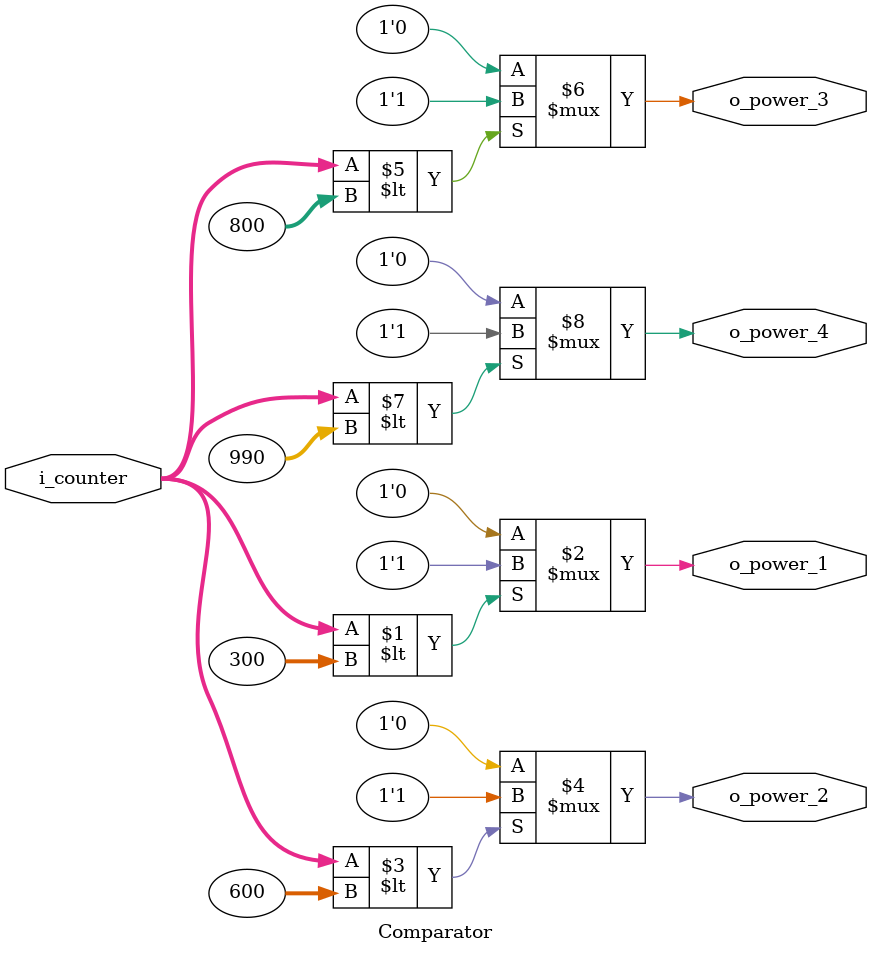
<source format=v>
`timescale 1ns / 1ps

module Comparator(  // 파워
    input[9:0] i_counter,
    output o_power_1, o_power_2, o_power_3, o_power_4
    );

    assign o_power_1 = (i_counter < 300) ? 1'b1 : 1'b0;
    assign o_power_2 = (i_counter < 600) ? 1'b1 : 1'b0;
    assign o_power_3 = (i_counter < 800) ? 1'b1 : 1'b0;
    assign o_power_4 = (i_counter < 990) ? 1'b1 : 1'b0;

endmodule

</source>
